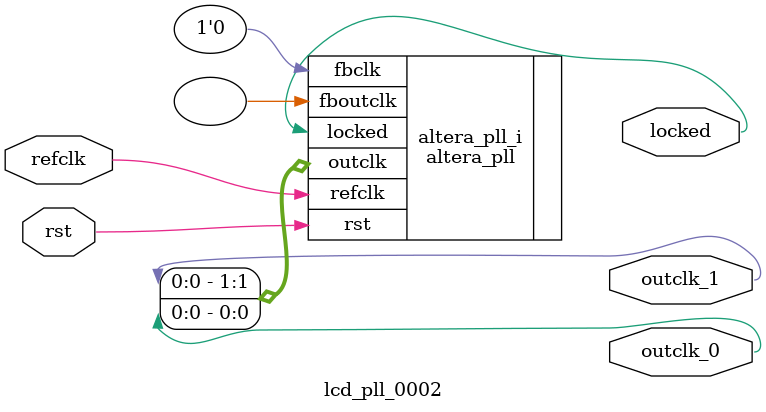
<source format=v>
`timescale 1ns/10ps
module  lcd_pll_0002(

	// interface 'refclk'
	input wire refclk,

	// interface 'reset'
	input wire rst,

	// interface 'outclk0'
	output wire outclk_0,

	// interface 'outclk1'
	output wire outclk_1,

	// interface 'locked'
	output wire locked
);

	altera_pll #(
		.fractional_vco_multiplier("false"),
		.reference_clock_frequency("50.0 MHz"),
		.operation_mode("direct"),
		.number_of_clocks(2),
		.output_clock_frequency0("30.000000 MHz"),
		.phase_shift0("0 ps"),
		.duty_cycle0(50),
		.output_clock_frequency1("30.000000 MHz"),
		.phase_shift1("25000 ps"),
		.duty_cycle1(50),
		.output_clock_frequency2("0 MHz"),
		.phase_shift2("0 ps"),
		.duty_cycle2(50),
		.output_clock_frequency3("0 MHz"),
		.phase_shift3("0 ps"),
		.duty_cycle3(50),
		.output_clock_frequency4("0 MHz"),
		.phase_shift4("0 ps"),
		.duty_cycle4(50),
		.output_clock_frequency5("0 MHz"),
		.phase_shift5("0 ps"),
		.duty_cycle5(50),
		.output_clock_frequency6("0 MHz"),
		.phase_shift6("0 ps"),
		.duty_cycle6(50),
		.output_clock_frequency7("0 MHz"),
		.phase_shift7("0 ps"),
		.duty_cycle7(50),
		.output_clock_frequency8("0 MHz"),
		.phase_shift8("0 ps"),
		.duty_cycle8(50),
		.output_clock_frequency9("0 MHz"),
		.phase_shift9("0 ps"),
		.duty_cycle9(50),
		.output_clock_frequency10("0 MHz"),
		.phase_shift10("0 ps"),
		.duty_cycle10(50),
		.output_clock_frequency11("0 MHz"),
		.phase_shift11("0 ps"),
		.duty_cycle11(50),
		.output_clock_frequency12("0 MHz"),
		.phase_shift12("0 ps"),
		.duty_cycle12(50),
		.output_clock_frequency13("0 MHz"),
		.phase_shift13("0 ps"),
		.duty_cycle13(50),
		.output_clock_frequency14("0 MHz"),
		.phase_shift14("0 ps"),
		.duty_cycle14(50),
		.output_clock_frequency15("0 MHz"),
		.phase_shift15("0 ps"),
		.duty_cycle15(50),
		.output_clock_frequency16("0 MHz"),
		.phase_shift16("0 ps"),
		.duty_cycle16(50),
		.output_clock_frequency17("0 MHz"),
		.phase_shift17("0 ps"),
		.duty_cycle17(50),
		.pll_type("General"),
		.pll_subtype("General")
	) altera_pll_i (
		.rst	(rst),
		.outclk	({outclk_1, outclk_0}),
		.locked	(locked),
		.fboutclk	( ),
		.fbclk	(1'b0),
		.refclk	(refclk)
	);
endmodule


</source>
